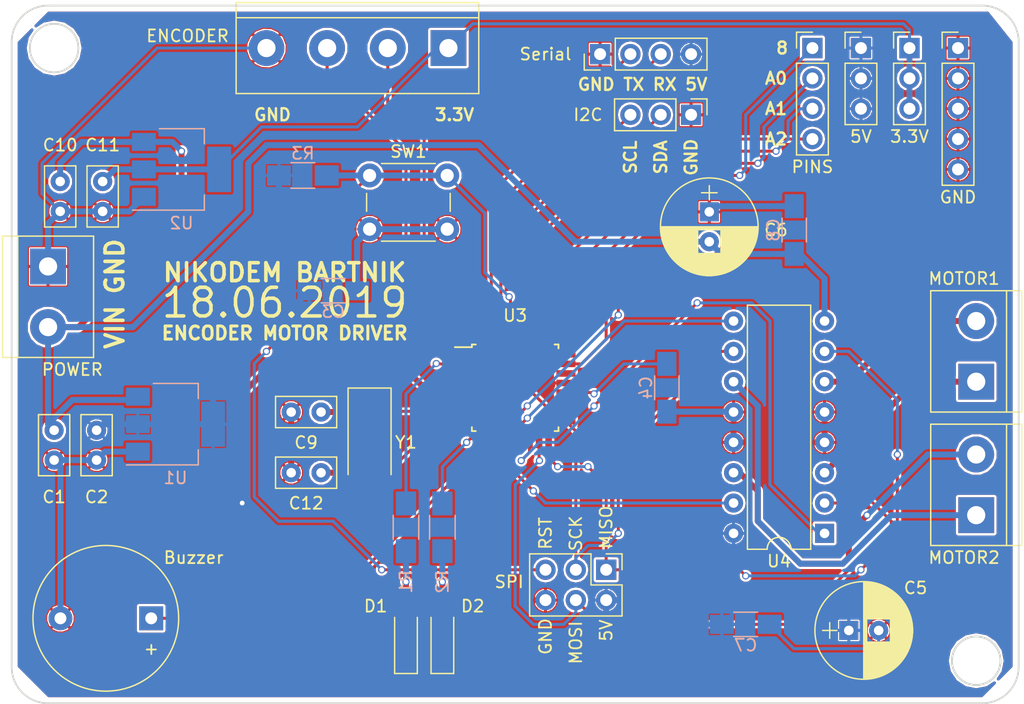
<source format=kicad_pcb>
(kicad_pcb (version 4) (host pcbnew 4.0.7)
  (layers (0 F.Cu signal) (31 B.Cu signal) (34 B.Paste user) (35 F.Paste user) (36 B.SilkS user) (37 F.SilkS user) (38 B.Mask user) (39 F.Mask user) (44 Edge.Cuts user))
  (net 0 "")
  (net 1 BUZZER)
  (net 2 GND)
  (net 3 +12V)
  (net 4 +5V)
  (net 5 "Net-(C4-Pad1)")
  (net 6 "Net-(C9-Pad1)")
  (net 7 +3V3)
  (net 8 "Net-(C12-Pad1)")
  (net 9 "Net-(D1-Pad2)")
  (net 10 "Net-(D2-Pad2)")
  (net 11 PIN1)
  (net 12 PIN2)
  (net 13 PIN3)
  (net 14 PIN4)
  (net 15 "Net-(J6-Pad1)")
  (net 16 "Net-(J6-Pad2)")
  (net 17 "Net-(J7-Pad1)")
  (net 18 "Net-(J7-Pad2)")
  (net 19 "Net-(J8-Pad2)")
  (net 20 "Net-(J8-Pad3)")
  (net 21 MISO)
  (net 22 SCK)
  (net 23 MOSI)
  (net 24 RESET)
  (net 25 TX)
  (net 26 RX)
  (net 27 SDA)
  (net 28 SCL)
  (net 29 LED1)
  (net 30 LED2)
  (net 31 MDIR2)
  (net 32 PWMB)
  (net 33 PWMA)
  (module Connectors_Terminal_Blocks:TerminalBlock_bornier-4_P5.08mm (layer F.Cu) (at 139.192 80.772 180)
    (fp_text reference J8 hide)
    (fp_text value ENCODER (at 21.844 1.016 180) (layer F.SilkS))
    (pad 2 thru_hole circle (at 5.08 0 180) (size 3 3) (drill 1.52) (layers *.Cu *.Mask) (net 19 "Net-(J8-Pad2)"))
    (pad 3 thru_hole circle (at 10.16 0 180) (size 3 3) (drill 1.52) (layers *.Cu *.Mask) (net 20 "Net-(J8-Pad3)"))
    (pad 1 thru_hole rect (at 0 0 180) (size 3 3) (drill 1.52) (layers *.Cu *.Mask) (net 7 +3V3))
    (pad 4 thru_hole circle (at 15.24 0 180) (size 3 3) (drill 1.52) (layers *.Cu *.Mask) (net 2 GND))
  )
  (module Buzzers_Beepers:Buzzer_12x9.5RM7.6 (layer F.Cu) (at 114.3 128.524 180)
    (fp_text reference BZ1 hide)
    (fp_text value Buzzer (at -3.556 5.08 180) (layer F.SilkS))
    (fp_text user + (at -0.01 -2.54 180) (layer F.SilkS))
    (pad 1 thru_hole rect (at 0 0 180) (size 2 2) (drill 1) (layers *.Cu *.Mask) (net 1 BUZZER))
    (pad 2 thru_hole circle (at 7.6 0 180) (size 2 2) (drill 1) (layers *.Cu *.Mask) (net 2 GND))
  )
  (module Capacitors_THT:C_Disc_D5.0mm_W2.5mm_P2.50mm (layer F.Cu) (at 106.172 112.776 270)
    (fp_text reference C1 (at 5.588 0 360) (layer F.SilkS))
    (fp_text value 10U)
    (pad 1 thru_hole circle (at 0 0 270) (size 1.6 1.6) (drill 0.8) (layers *.Cu *.Mask) (net 3 +12V))
    (pad 2 thru_hole circle (at 2.5 0 270) (size 1.6 1.6) (drill 0.8) (layers *.Cu *.Mask) (net 2 GND))
  )
  (module Capacitors_THT:C_Disc_D5.0mm_W2.5mm_P2.50mm (layer F.Cu) (at 109.728 112.776 270)
    (fp_text reference C2 (at 5.588 0 360) (layer F.SilkS))
    (fp_text value 10U)
    (pad 1 thru_hole circle (at 0 0 270) (size 1.6 1.6) (drill 0.8) (layers *.Cu *.Mask) (net 4 +5V))
    (pad 2 thru_hole circle (at 2.5 0 270) (size 1.6 1.6) (drill 0.8) (layers *.Cu *.Mask) (net 2 GND))
  )
  (module Capacitors_SMD:C_1206_HandSoldering (layer B.Cu) (at 129.54 101.092)
    (fp_text reference C3 (at 0 1.75) (layer B.SilkS) (effects (justify mirror)))
    (fp_text value C)
    (pad 1 smd rect (at -2 0) (size 2 1.6) (layers B.Cu B.Paste B.Mask) (net 4 +5V))
    (pad 2 smd rect (at 2 0) (size 2 1.6) (layers B.Cu B.Paste B.Mask) (net 2 GND))
  )
  (module Capacitors_SMD:C_1206_HandSoldering (layer B.Cu) (at 157.48 109.22 270)
    (fp_text reference C4 (at 0 1.75 270) (layer B.SilkS) (effects (justify mirror)))
    (fp_text value C)
    (pad 1 smd rect (at -2 0 270) (size 2 1.6) (layers B.Cu B.Paste B.Mask) (net 5 "Net-(C4-Pad1)"))
    (pad 2 smd rect (at 2 0 270) (size 2 1.6) (layers B.Cu B.Paste B.Mask) (net 2 GND))
  )
  (module Capacitors_THT:CP_Radial_D8.0mm_P2.50mm (layer F.Cu) (at 172.72 129.54)
    (fp_text reference C5 (at 5.588 -3.556) (layer F.SilkS))
    (fp_text value 10u)
    (pad 1 thru_hole rect (at 0 0) (size 1.6 1.6) (drill 0.8) (layers *.Cu *.Mask) (net 4 +5V))
    (pad 2 thru_hole circle (at 2.5 0) (size 1.6 1.6) (drill 0.8) (layers *.Cu *.Mask) (net 2 GND))
  )
  (module Capacitors_THT:CP_Radial_D8.0mm_P2.50mm (layer F.Cu) (at 161.036 94.488 270)
    (fp_text reference C6 (at 1.524 -5.588 360) (layer F.SilkS))
    (fp_text value 22u)
    (pad 1 thru_hole rect (at 0 0 270) (size 1.6 1.6) (drill 0.8) (layers *.Cu *.Mask) (net 2 GND))
    (pad 2 thru_hole circle (at 2.5 0 270) (size 1.6 1.6) (drill 0.8) (layers *.Cu *.Mask) (net 3 +12V))
  )
  (module Capacitors_SMD:C_1206_HandSoldering (layer B.Cu) (at 164.084 129.032)
    (fp_text reference C7 (at 0 1.75) (layer B.SilkS) (effects (justify mirror)))
    (fp_text value 100n)
    (pad 1 smd rect (at -2 0) (size 2 1.6) (layers B.Cu B.Paste B.Mask) (net 4 +5V))
    (pad 2 smd rect (at 2 0) (size 2 1.6) (layers B.Cu B.Paste B.Mask) (net 2 GND))
  )
  (module Capacitors_SMD:C_1206_HandSoldering (layer B.Cu) (at 168.148 96.012 270)
    (fp_text reference C8 (at 0 1.75 270) (layer B.SilkS) (effects (justify mirror)))
    (fp_text value 100n)
    (pad 1 smd rect (at -2 0 270) (size 2 1.6) (layers B.Cu B.Paste B.Mask) (net 2 GND))
    (pad 2 smd rect (at 2 0 270) (size 2 1.6) (layers B.Cu B.Paste B.Mask) (net 3 +12V))
  )
  (module Capacitors_THT:C_Disc_D5.0mm_W2.5mm_P2.50mm (layer F.Cu) (at 128.524 111.252 180)
    (fp_text reference C9 (at 1.25 -2.56 180) (layer F.SilkS))
    (fp_text value C)
    (pad 1 thru_hole circle (at 0 0 180) (size 1.6 1.6) (drill 0.8) (layers *.Cu *.Mask) (net 6 "Net-(C9-Pad1)"))
    (pad 2 thru_hole circle (at 2.5 0 180) (size 1.6 1.6) (drill 0.8) (layers *.Cu *.Mask) (net 2 GND))
  )
  (module Capacitors_THT:C_Disc_D5.0mm_W2.5mm_P2.50mm (layer F.Cu) (at 106.68 91.948 270)
    (fp_text reference C10 (at -3.048 0 360) (layer F.SilkS))
    (fp_text value 10U)
    (pad 1 thru_hole circle (at 0 0 270) (size 1.6 1.6) (drill 0.8) (layers *.Cu *.Mask) (net 3 +12V))
    (pad 2 thru_hole circle (at 2.5 0 270) (size 1.6 1.6) (drill 0.8) (layers *.Cu *.Mask) (net 2 GND))
  )
  (module Capacitors_THT:C_Disc_D5.0mm_W2.5mm_P2.50mm (layer F.Cu) (at 110.236 91.948 270)
    (fp_text reference C11 (at -3.048 0 360) (layer F.SilkS))
    (fp_text value 10U)
    (pad 1 thru_hole circle (at 0 0 270) (size 1.6 1.6) (drill 0.8) (layers *.Cu *.Mask) (net 7 +3V3))
    (pad 2 thru_hole circle (at 2.5 0 270) (size 1.6 1.6) (drill 0.8) (layers *.Cu *.Mask) (net 2 GND))
  )
  (module Capacitors_THT:C_Disc_D5.0mm_W2.5mm_P2.50mm (layer F.Cu) (at 128.524 116.332 180)
    (fp_text reference C12 (at 1.25 -2.56 180) (layer F.SilkS))
    (fp_text value C)
    (pad 1 thru_hole circle (at 0 0 180) (size 1.6 1.6) (drill 0.8) (layers *.Cu *.Mask) (net 8 "Net-(C12-Pad1)"))
    (pad 2 thru_hole circle (at 2.5 0 180) (size 1.6 1.6) (drill 0.8) (layers *.Cu *.Mask) (net 2 GND))
  )
  (module LEDs:LED_1206_HandSoldering (layer F.Cu) (at 135.636 130.048 90)
    (fp_text reference D1 (at 2.54 -2.54 180) (layer F.SilkS))
    (fp_text value LED)
    (pad 1 smd rect (at -2 0 90) (size 2 1.7) (layers F.Cu F.Paste F.Mask) (net 2 GND))
    (pad 2 smd rect (at 2 0 90) (size 2 1.7) (layers F.Cu F.Paste F.Mask) (net 9 "Net-(D1-Pad2)"))
  )
  (module LEDs:LED_1206_HandSoldering (layer F.Cu) (at 138.684 130.048 90)
    (fp_text reference D2 (at 2.54 2.54 180) (layer F.SilkS))
    (fp_text value LED)
    (pad 1 smd rect (at -2 0 90) (size 2 1.7) (layers F.Cu F.Paste F.Mask) (net 2 GND))
    (pad 2 smd rect (at 2 0 90) (size 2 1.7) (layers F.Cu F.Paste F.Mask) (net 10 "Net-(D2-Pad2)"))
  )
  (module Connectors_Terminal_Blocks:TerminalBlock_bornier-2_P5.08mm (layer F.Cu) (at 105.664 99.06 270)
    (fp_text reference J1 hide)
    (fp_text value POWER (at 8.636 -2.032 360) (layer F.SilkS))
    (pad 1 thru_hole rect (at 0 0 270) (size 3 3) (drill 1.52) (layers *.Cu *.Mask) (net 2 GND))
    (pad 2 thru_hole circle (at 5.08 0 270) (size 3 3) (drill 1.52) (layers *.Cu *.Mask) (net 3 +12V))
  )
  (module Pin_Headers:Pin_Header_Straight_1x04_Pitch2.54mm (layer F.Cu) (at 169.672 80.772)
    (fp_text reference J2 hide)
    (fp_text value PINS (at 0 9.95) (layer F.SilkS))
    (pad 1 thru_hole rect (at 0 0) (size 1.7 1.7) (drill 1) (layers *.Cu *.Mask) (net 11 PIN1))
    (pad 2 thru_hole oval (at 0 2.54) (size 1.7 1.7) (drill 1) (layers *.Cu *.Mask) (net 12 PIN2))
    (pad 3 thru_hole oval (at 0 5.08) (size 1.7 1.7) (drill 1) (layers *.Cu *.Mask) (net 13 PIN3))
    (pad 4 thru_hole oval (at 0 7.62) (size 1.7 1.7) (drill 1) (layers *.Cu *.Mask) (net 14 PIN4))
  )
  (module Pin_Headers:Pin_Header_Straight_1x03_Pitch2.54mm (layer F.Cu) (at 177.8 80.772)
    (fp_text reference J3 hide)
    (fp_text value 3.3V (at 0 7.41) (layer F.SilkS))
    (pad 1 thru_hole rect (at 0 0) (size 1.7 1.7) (drill 1) (layers *.Cu *.Mask) (net 7 +3V3))
    (pad 2 thru_hole oval (at 0 2.54) (size 1.7 1.7) (drill 1) (layers *.Cu *.Mask) (net 7 +3V3))
    (pad 3 thru_hole oval (at 0 5.08) (size 1.7 1.7) (drill 1) (layers *.Cu *.Mask) (net 7 +3V3))
  )
  (module Pin_Headers:Pin_Header_Straight_1x03_Pitch2.54mm (layer F.Cu) (at 173.736 80.772)
    (fp_text reference J4 hide)
    (fp_text value 5V (at 0 7.41) (layer F.SilkS))
    (pad 1 thru_hole rect (at 0 0) (size 1.7 1.7) (drill 1) (layers *.Cu *.Mask) (net 4 +5V))
    (pad 2 thru_hole oval (at 0 2.54) (size 1.7 1.7) (drill 1) (layers *.Cu *.Mask) (net 4 +5V))
    (pad 3 thru_hole oval (at 0 5.08) (size 1.7 1.7) (drill 1) (layers *.Cu *.Mask) (net 4 +5V))
  )
  (module Pin_Headers:Pin_Header_Straight_1x05_Pitch2.54mm (layer F.Cu) (at 181.864 80.772)
    (fp_text reference J5 hide)
    (fp_text value GND (at 0 12.49) (layer F.SilkS))
    (pad 1 thru_hole rect (at 0 0) (size 1.7 1.7) (drill 1) (layers *.Cu *.Mask) (net 2 GND))
    (pad 2 thru_hole oval (at 0 2.54) (size 1.7 1.7) (drill 1) (layers *.Cu *.Mask) (net 2 GND))
    (pad 3 thru_hole oval (at 0 5.08) (size 1.7 1.7) (drill 1) (layers *.Cu *.Mask) (net 2 GND))
    (pad 4 thru_hole oval (at 0 7.62) (size 1.7 1.7) (drill 1) (layers *.Cu *.Mask) (net 2 GND))
    (pad 5 thru_hole oval (at 0 10.16) (size 1.7 1.7) (drill 1) (layers *.Cu *.Mask) (net 2 GND))
  )
  (module Connectors_Terminal_Blocks:TerminalBlock_bornier-2_P5.08mm (layer F.Cu) (at 183.388 108.712 90)
    (fp_text reference J6 hide)
    (fp_text value MOTOR1 (at 8.636 -1.016 180) (layer F.SilkS))
    (pad 1 thru_hole rect (at 0 0 90) (size 3 3) (drill 1.52) (layers *.Cu *.Mask) (net 15 "Net-(J6-Pad1)"))
    (pad 2 thru_hole circle (at 5.08 0 90) (size 3 3) (drill 1.52) (layers *.Cu *.Mask) (net 16 "Net-(J6-Pad2)"))
  )
  (module Connectors_Terminal_Blocks:TerminalBlock_bornier-2_P5.08mm (layer F.Cu) (at 183.388 119.888 90)
    (fp_text reference J7 hide)
    (fp_text value MOTOR2 (at -3.556 -1.016 180) (layer F.SilkS))
    (pad 1 thru_hole rect (at 0 0 90) (size 3 3) (drill 1.52) (layers *.Cu *.Mask) (net 17 "Net-(J7-Pad1)"))
    (pad 2 thru_hole circle (at 5.08 0 90) (size 3 3) (drill 1.52) (layers *.Cu *.Mask) (net 18 "Net-(J7-Pad2)"))
  )
  (module Pin_Headers:Pin_Header_Straight_2x03_Pitch2.54mm (layer F.Cu) (at 152.4 124.46 270)
    (fp_text reference J9 hide)
    (fp_text value SPI (at 1.016 8.128 360) (layer F.SilkS))
    (pad 1 thru_hole rect (at 0 0 270) (size 1.7 1.7) (drill 1) (layers *.Cu *.Mask) (net 21 MISO))
    (pad 2 thru_hole oval (at 2.54 0 270) (size 1.7 1.7) (drill 1) (layers *.Cu *.Mask) (net 4 +5V))
    (pad 3 thru_hole oval (at 0 2.54 270) (size 1.7 1.7) (drill 1) (layers *.Cu *.Mask) (net 22 SCK))
    (pad 4 thru_hole oval (at 2.54 2.54 270) (size 1.7 1.7) (drill 1) (layers *.Cu *.Mask) (net 23 MOSI))
    (pad 5 thru_hole oval (at 0 5.08 270) (size 1.7 1.7) (drill 1) (layers *.Cu *.Mask) (net 24 RESET))
    (pad 6 thru_hole oval (at 2.54 5.08 270) (size 1.7 1.7) (drill 1) (layers *.Cu *.Mask) (net 2 GND))
  )
  (module Socket_Strips:Socket_Strip_Straight_1x04_Pitch2.54mm (layer F.Cu) (at 151.892 81.28 90)
    (fp_text reference J10 hide)
    (fp_text value Serial (at 0 -4.572 180) (layer F.SilkS))
    (pad 1 thru_hole rect (at 0 0 90) (size 1.7 1.7) (drill 1) (layers *.Cu *.Mask) (net 2 GND))
    (pad 2 thru_hole oval (at 0 2.54 90) (size 1.7 1.7) (drill 1) (layers *.Cu *.Mask) (net 25 TX))
    (pad 3 thru_hole oval (at 0 5.08 90) (size 1.7 1.7) (drill 1) (layers *.Cu *.Mask) (net 26 RX))
    (pad 4 thru_hole oval (at 0 7.62 90) (size 1.7 1.7) (drill 1) (layers *.Cu *.Mask) (net 4 +5V))
  )
  (module Socket_Strips:Socket_Strip_Straight_1x03_Pitch2.54mm (layer F.Cu) (at 159.512 86.36 270)
    (fp_text reference J11 hide)
    (fp_text value I2C (at 0 8.636 360) (layer F.SilkS))
    (pad 1 thru_hole rect (at 0 0 270) (size 1.7 1.7) (drill 1) (layers *.Cu *.Mask) (net 2 GND))
    (pad 2 thru_hole oval (at 0 2.54 270) (size 1.7 1.7) (drill 1) (layers *.Cu *.Mask) (net 27 SDA))
    (pad 3 thru_hole oval (at 0 5.08 270) (size 1.7 1.7) (drill 1) (layers *.Cu *.Mask) (net 28 SCL))
  )
  (module Resistors_SMD:R_1206_HandSoldering (layer B.Cu) (at 135.636 120.904 90)
    (fp_text reference R1 (at -4.572 0 90) (layer B.SilkS) (effects (justify mirror)))
    (fp_text value R)
    (pad 1 smd rect (at -2 0 90) (size 2 1.7) (layers B.Cu B.Paste B.Mask) (net 9 "Net-(D1-Pad2)"))
    (pad 2 smd rect (at 2 0 90) (size 2 1.7) (layers B.Cu B.Paste B.Mask) (net 29 LED1))
  )
  (module Resistors_SMD:R_1206_HandSoldering (layer B.Cu) (at 138.684 120.904 90)
    (fp_text reference R2 (at -4.572 0 90) (layer B.SilkS) (effects (justify mirror)))
    (fp_text value R)
    (pad 1 smd rect (at -2 0 90) (size 2 1.7) (layers B.Cu B.Paste B.Mask) (net 10 "Net-(D2-Pad2)"))
    (pad 2 smd rect (at 2 0 90) (size 2 1.7) (layers B.Cu B.Paste B.Mask) (net 30 LED2))
  )
  (module Resistors_SMD:R_1206_HandSoldering (layer B.Cu) (at 127 91.44 180)
    (fp_text reference R3 (at 0 1.85 180) (layer B.SilkS) (effects (justify mirror)))
    (fp_text value R)
    (pad 1 smd rect (at -2 0 180) (size 2 1.7) (layers B.Cu B.Paste B.Mask) (net 24 RESET))
    (pad 2 smd rect (at 2 0 180) (size 2 1.7) (layers B.Cu B.Paste B.Mask) (net 4 +5V))
  )
  (module Buttons_Switches_THT:SW_PUSH_6mm (layer F.Cu) (at 132.588 91.44)
    (fp_text reference SW1 (at 3.25 -2) (layer F.SilkS))
    (fp_text value SW_Push)
    (pad 2 thru_hole circle (at 0 4.5 90) (size 2 2) (drill 1.1) (layers *.Cu *.Mask) (net 2 GND))
    (pad 1 thru_hole circle (at 0 0 90) (size 2 2) (drill 1.1) (layers *.Cu *.Mask) (net 24 RESET))
    (pad 2 thru_hole circle (at 6.5 4.5 90) (size 2 2) (drill 1.1) (layers *.Cu *.Mask) (net 2 GND))
    (pad 1 thru_hole circle (at 6.5 0 90) (size 2 2) (drill 1.1) (layers *.Cu *.Mask) (net 24 RESET))
  )
  (module TO_SOT_Packages_SMD:SOT-223-3_TabPin2 (layer B.Cu) (at 116.332 112.268)
    (fp_text reference U1 (at 0 4.5) (layer B.SilkS) (effects (justify mirror)))
    (fp_text value LM1117-5.0)
    (pad 2 smd rect (at 3.15 0) (size 2 3.8) (layers B.Cu B.Paste B.Mask) (net 4 +5V))
    (pad 2 smd rect (at -3.15 0) (size 2 1.5) (layers B.Cu B.Paste B.Mask) (net 4 +5V))
    (pad 3 smd rect (at -3.15 -2.3) (size 2 1.5) (layers B.Cu B.Paste B.Mask) (net 3 +12V))
    (pad 1 smd rect (at -3.15 2.3) (size 2 1.5) (layers B.Cu B.Paste B.Mask) (net 2 GND))
  )
  (module TO_SOT_Packages_SMD:SOT-223-3_TabPin2 (layer B.Cu) (at 116.84 90.932)
    (fp_text reference U2 (at 0 4.5) (layer B.SilkS) (effects (justify mirror)))
    (fp_text value LM1117-3.3)
    (pad 2 smd rect (at 3.15 0) (size 2 3.8) (layers B.Cu B.Paste B.Mask) (net 7 +3V3))
    (pad 2 smd rect (at -3.15 0) (size 2 1.5) (layers B.Cu B.Paste B.Mask) (net 7 +3V3))
    (pad 3 smd rect (at -3.15 -2.3) (size 2 1.5) (layers B.Cu B.Paste B.Mask) (net 3 +12V))
    (pad 1 smd rect (at -3.15 2.3) (size 2 1.5) (layers B.Cu B.Paste B.Mask) (net 2 GND))
  )
  (module Housings_QFP:TQFP-32_7x7mm_Pitch0.8mm (layer F.Cu) (at 144.78 109.22)
    (fp_text reference U3 (at 0 -6.05) (layer F.SilkS))
    (fp_text value ATMEGA8-16AU)
    (pad 1 smd rect (at -4.25 -2.8) (size 1.6 0.55) (layers F.Cu F.Paste F.Mask) (net 20 "Net-(J8-Pad3)"))
    (pad 2 smd rect (at -4.25 -2) (size 1.6 0.55) (layers F.Cu F.Paste F.Mask) (net 29 LED1))
    (pad 3 smd rect (at -4.25 -1.2) (size 1.6 0.55) (layers F.Cu F.Paste F.Mask) (net 2 GND))
    (pad 4 smd rect (at -4.25 -0.4) (size 1.6 0.55) (layers F.Cu F.Paste F.Mask) (net 4 +5V))
    (pad 5 smd rect (at -4.25 0.4) (size 1.6 0.55) (layers F.Cu F.Paste F.Mask) (net 2 GND))
    (pad 6 smd rect (at -4.25 1.2) (size 1.6 0.55) (layers F.Cu F.Paste F.Mask) (net 4 +5V))
    (pad 7 smd rect (at -4.25 2) (size 1.6 0.55) (layers F.Cu F.Paste F.Mask) (net 6 "Net-(C9-Pad1)"))
    (pad 8 smd rect (at -4.25 2.8) (size 1.6 0.55) (layers F.Cu F.Paste F.Mask) (net 8 "Net-(C12-Pad1)"))
    (pad 9 smd rect (at -2.8 4.25 90) (size 1.6 0.55) (layers F.Cu F.Paste F.Mask) (net 30 LED2))
    (pad 10 smd rect (at -2 4.25 90) (size 1.6 0.55) (layers F.Cu F.Paste F.Mask) (net 1 BUZZER))
    (pad 11 smd rect (at -1.2 4.25 90) (size 1.6 0.55) (layers F.Cu F.Paste F.Mask) (net 31 MDIR2))
    (pad 12 smd rect (at -0.4 4.25 90) (size 1.6 0.55) (layers F.Cu F.Paste F.Mask) (net 11 PIN1))
    (pad 13 smd rect (at 0.4 4.25 90) (size 1.6 0.55) (layers F.Cu F.Paste F.Mask) (net 32 PWMB))
    (pad 14 smd rect (at 1.2 4.25 90) (size 1.6 0.55) (layers F.Cu F.Paste F.Mask) (net 33 PWMA))
    (pad 15 smd rect (at 2 4.25 90) (size 1.6 0.55) (layers F.Cu F.Paste F.Mask) (net 23 MOSI))
    (pad 16 smd rect (at 2.8 4.25 90) (size 1.6 0.55) (layers F.Cu F.Paste F.Mask) (net 21 MISO))
    (pad 17 smd rect (at 4.25 2.8) (size 1.6 0.55) (layers F.Cu F.Paste F.Mask) (net 22 SCK))
    (pad 18 smd rect (at 4.25 2) (size 1.6 0.55) (layers F.Cu F.Paste F.Mask) (net 4 +5V))
    (pad 19 smd rect (at 4.25 1.2) (size 1.6 0.55) (layers F.Cu F.Paste F.Mask))
    (pad 20 smd rect (at 4.25 0.4) (size 1.6 0.55) (layers F.Cu F.Paste F.Mask) (net 5 "Net-(C4-Pad1)"))
    (pad 21 smd rect (at 4.25 -0.4) (size 1.6 0.55) (layers F.Cu F.Paste F.Mask) (net 2 GND))
    (pad 22 smd rect (at 4.25 -1.2) (size 1.6 0.55) (layers F.Cu F.Paste F.Mask))
    (pad 23 smd rect (at 4.25 -2) (size 1.6 0.55) (layers F.Cu F.Paste F.Mask) (net 12 PIN2))
    (pad 24 smd rect (at 4.25 -2.8) (size 1.6 0.55) (layers F.Cu F.Paste F.Mask) (net 13 PIN3))
    (pad 25 smd rect (at 2.8 -4.25 90) (size 1.6 0.55) (layers F.Cu F.Paste F.Mask) (net 14 PIN4))
    (pad 26 smd rect (at 2 -4.25 90) (size 1.6 0.55) (layers F.Cu F.Paste F.Mask))
    (pad 27 smd rect (at 1.2 -4.25 90) (size 1.6 0.55) (layers F.Cu F.Paste F.Mask) (net 27 SDA))
    (pad 28 smd rect (at 0.4 -4.25 90) (size 1.6 0.55) (layers F.Cu F.Paste F.Mask) (net 28 SCL))
    (pad 29 smd rect (at -0.4 -4.25 90) (size 1.6 0.55) (layers F.Cu F.Paste F.Mask) (net 24 RESET))
    (pad 30 smd rect (at -1.2 -4.25 90) (size 1.6 0.55) (layers F.Cu F.Paste F.Mask) (net 26 RX))
    (pad 31 smd rect (at -2 -4.25 90) (size 1.6 0.55) (layers F.Cu F.Paste F.Mask) (net 25 TX))
    (pad 32 smd rect (at -2.8 -4.25 90) (size 1.6 0.55) (layers F.Cu F.Paste F.Mask) (net 19 "Net-(J8-Pad2)"))
  )
  (module Housings_DIP:DIP-16_W7.62mm (layer F.Cu) (at 170.688 121.412 180)
    (fp_text reference U4 (at 3.81 -2.33 180) (layer F.SilkS))
    (fp_text value L293D)
    (pad 1 thru_hole rect (at 0 0 180) (size 1.6 1.6) (drill 0.8) (layers *.Cu *.Mask) (net 33 PWMA))
    (pad 9 thru_hole oval (at 7.62 17.78 180) (size 1.6 1.6) (drill 0.8) (layers *.Cu *.Mask) (net 32 PWMB))
    (pad 2 thru_hole oval (at 0 2.54 180) (size 1.6 1.6) (drill 0.8) (layers *.Cu *.Mask) (net 23 MOSI))
    (pad 10 thru_hole oval (at 7.62 15.24 180) (size 1.6 1.6) (drill 0.8) (layers *.Cu *.Mask) (net 22 SCK))
    (pad 3 thru_hole oval (at 0 5.08 180) (size 1.6 1.6) (drill 0.8) (layers *.Cu *.Mask) (net 15 "Net-(J6-Pad1)"))
    (pad 11 thru_hole oval (at 7.62 12.7 180) (size 1.6 1.6) (drill 0.8) (layers *.Cu *.Mask) (net 17 "Net-(J7-Pad1)"))
    (pad 4 thru_hole oval (at 0 7.62 180) (size 1.6 1.6) (drill 0.8) (layers *.Cu *.Mask) (net 2 GND))
    (pad 12 thru_hole oval (at 7.62 10.16 180) (size 1.6 1.6) (drill 0.8) (layers *.Cu *.Mask) (net 2 GND))
    (pad 5 thru_hole oval (at 0 10.16 180) (size 1.6 1.6) (drill 0.8) (layers *.Cu *.Mask) (net 2 GND))
    (pad 13 thru_hole oval (at 7.62 7.62 180) (size 1.6 1.6) (drill 0.8) (layers *.Cu *.Mask) (net 2 GND))
    (pad 6 thru_hole oval (at 0 12.7 180) (size 1.6 1.6) (drill 0.8) (layers *.Cu *.Mask) (net 16 "Net-(J6-Pad2)"))
    (pad 14 thru_hole oval (at 7.62 5.08 180) (size 1.6 1.6) (drill 0.8) (layers *.Cu *.Mask) (net 18 "Net-(J7-Pad2)"))
    (pad 7 thru_hole oval (at 0 15.24 180) (size 1.6 1.6) (drill 0.8) (layers *.Cu *.Mask) (net 21 MISO))
    (pad 15 thru_hole oval (at 7.62 2.54 180) (size 1.6 1.6) (drill 0.8) (layers *.Cu *.Mask) (net 31 MDIR2))
    (pad 8 thru_hole oval (at 0 17.78 180) (size 1.6 1.6) (drill 0.8) (layers *.Cu *.Mask) (net 3 +12V))
    (pad 16 thru_hole oval (at 7.62 0 180) (size 1.6 1.6) (drill 0.8) (layers *.Cu *.Mask) (net 4 +5V))
  )
  (module Crystals:Crystal_SMD_5032-2pin_5.0x3.2mm_HandSoldering (layer F.Cu) (at 132.588 113.792 270)
    (fp_text reference Y1 (at 0 -3.048 360) (layer F.SilkS))
    (fp_text value Crystal)
    (pad 1 smd rect (at -2.6 0 270) (size 3.5 2.4) (layers F.Cu F.Paste F.Mask) (net 6 "Net-(C9-Pad1)"))
    (pad 2 smd rect (at 2.6 0 270) (size 3.5 2.4) (layers F.Cu F.Paste F.Mask) (net 8 "Net-(C12-Pad1)"))
  )
  (gr_text A2 (at 166.624 88.392) (layer F.SilkS) (effects (font (size 1 1) (thickness 0.2))))
  (gr_text A1 (at 166.624 85.852) (layer F.SilkS) (effects (font (size 1 1) (thickness 0.2))))
  (gr_text A0 (at 166.624 83.312) (layer F.SilkS) (effects (font (size 1 1) (thickness 0.2))))
  (gr_text 8 (at 167.132 80.772) (layer F.SilkS) (effects (font (size 1 1) (thickness 0.2))))
  (gr_text "GND TX RX 5V\n" (at 155.448 83.82) (layer F.SilkS) (effects (font (size 1 1) (thickness 0.2))))
  (gr_text GND (at 159.512 89.916 90) (layer F.SilkS) (effects (font (size 1 1) (thickness 0.2))))
  (gr_text SDA (at 156.972 89.916 90) (layer F.SilkS) (effects (font (size 1 1) (thickness 0.2))))
  (gr_text SCL (at 154.432 89.916 90) (layer F.SilkS) (effects (font (size 1 1) (thickness 0.2))))
  (gr_text "MOSI\n" (at 149.86 130.556 90) (layer F.SilkS) (effects (font (size 1 1))))
  (gr_text "5V\n" (at 152.4 129.54 90) (layer F.SilkS) (effects (font (size 1 1))))
  (gr_text "MISO\n" (at 152.4 120.904 90) (layer F.SilkS) (effects (font (size 1 1))))
  (gr_text "SCK\n" (at 149.86 121.412 90) (layer F.SilkS) (effects (font (size 1 1))))
  (gr_text GND (at 147.32 130.048 90) (layer F.SilkS) (effects (font (size 1 1))))
  (gr_text RST (at 147.32 121.412 90) (layer F.SilkS) (effects (font (size 1 1))))
  (gr_text VIN (at 111.252 104.14 90) (layer F.SilkS) (effects (font (size 1.5 1.5) (thickness 0.3))))
  (gr_text GND (at 111.252 99.06 90) (layer F.SilkS) (effects (font (size 1.5 1.5) (thickness 0.3))))
  (gr_text GND (at 124.46 86.36) (layer F.SilkS) (effects (font (size 1 1) (thickness 0.2))))
  (gr_text 3.3V (at 139.7 86.36) (layer F.SilkS) (effects (font (size 1 1) (thickness 0.2))))
  (gr_text 18.06.2019 (at 125.476 102.108) (layer F.SilkS) (effects (font (size 2.4 2.4) (thickness 0.3))))
  (gr_text "ENCODER MOTOR DRIVER" (at 125.476 104.648) (layer F.SilkS) (effects (font (size 1.1 1.1) (thickness 0.25))))
  (gr_text "NIKODEM BARTNIK\n" (at 125.476 99.568) (layer F.SilkS) (effects (font (size 1.5 1.5) (thickness 0.3))))
  (gr_circle (center 106.172 80.772) (end 104.14 80.772) (layer Edge.Cuts) (width 0.15))
  (gr_circle (center 183.388 132.08) (end 185.42 132.08) (layer Edge.Cuts) (width 0.15))
  (gr_circle (center 183.388 132.08) (end 185.42 132.08) (layer Edge.Cuts) (width 0.15))
  (gr_line (start 186.944 132.588) (end 186.944 80.264) (angle 90) (layer Edge.Cuts) (width 0.15))
  (gr_line (start 105.664 135.636) (end 183.896 135.636) (angle 90) (layer Edge.Cuts) (width 0.15))
  (gr_line (start 102.616 80.264) (end 102.616 132.588) (angle 90) (layer Edge.Cuts) (width 0.15))
  (gr_line (start 183.896 77.216) (end 105.664 77.216) (angle 90) (layer Edge.Cuts) (width 0.15))
  (gr_arc (start 183.896 80.264) (end 183.896 77.216) (angle 90) (layer Edge.Cuts) (width 0.15))
  (gr_arc (start 183.896 132.588) (end 186.944 132.588) (angle 90) (layer Edge.Cuts) (width 0.15))
  (gr_arc (start 105.664 132.588) (end 105.664 135.636) (angle 90) (layer Edge.Cuts) (width 0.15))
  (gr_arc (start 105.664 80.264) (end 102.616 80.264) (angle 90) (layer Edge.Cuts) (width 0.15))
  (segment (start 114.3 128.524) (end 128.016 128.524) (width 0.25) (layer F.Cu) (net 1))
  (segment (start 142.78 114.776) (end 142.78 113.47) (width 0.25) (layer F.Cu) (net 1))
  (segment (start 142.24 115.316) (end 142.78 114.776) (width 0.25) (layer F.Cu) (net 1))
  (segment (start 141.224 115.316) (end 142.24 115.316) (width 0.25) (layer F.Cu) (net 1))
  (segment (start 128.016 128.524) (end 141.224 115.316) (width 0.25) (layer F.Cu) (net 1))
  (segment (start 161.036 94.488) (end 161.036 93.98) (width 0.5) (layer B.Cu) (net 2))
  (segment (start 161.036 93.98) (end 161.068 94.012) (width 0.5) (layer B.Cu) (net 2))
  (segment (start 161.068 94.012) (end 168.148 94.012) (width 0.5) (layer B.Cu) (net 2))
  (segment (start 149.03 108.82) (end 144.38 108.82) (width 0.25) (layer F.Cu) (net 2))
  (segment (start 143.58 108.02) (end 140.53 108.02) (width 0.25) (layer F.Cu) (net 2))
  (segment (start 144.38 108.82) (end 143.58 108.02) (width 0.25) (layer F.Cu) (net 2))
  (segment (start 140.53 108.02) (end 138.868 108.02) (width 0.25) (layer F.Cu) (net 2))
  (segment (start 139.084 109.62) (end 140.53 109.62) (width 0.25) (layer F.Cu) (net 2))
  (segment (start 138.684 109.22) (end 139.084 109.62) (width 0.25) (layer F.Cu) (net 2))
  (segment (start 138.684 108.204) (end 138.684 109.22) (width 0.25) (layer F.Cu) (net 2))
  (segment (start 138.868 108.02) (end 138.684 108.204) (width 0.25) (layer F.Cu) (net 2))
  (segment (start 143.732 127) (end 147.32 127) (width 0.5) (layer F.Cu) (net 2))
  (segment (start 138.684 132.048) (end 143.732 127) (width 0.5) (layer F.Cu) (net 2))
  (segment (start 135.636 132.048) (end 138.684 132.048) (width 0.5) (layer F.Cu) (net 2))
  (segment (start 157.48 111.22) (end 163.036 111.22) (width 0.5) (layer B.Cu) (net 2))
  (segment (start 163.036 111.22) (end 163.068 111.252) (width 0.5) (layer B.Cu) (net 2))
  (segment (start 106.7 128.524) (end 106.7 115.804) (width 0.5) (layer B.Cu) (net 2))
  (segment (start 106.7 115.804) (end 106.172 115.276) (width 0.5) (layer B.Cu) (net 2))
  (segment (start 131.54 101.092) (end 131.54 96.988) (width 0.5) (layer B.Cu) (net 2))
  (segment (start 131.54 96.988) (end 132.588 95.94) (width 0.5) (layer B.Cu) (net 2))
  (segment (start 132.588 95.94) (end 131.644 95.94) (width 0.25) (layer B.Cu) (net 2))
  (segment (start 139.088 95.94) (end 132.588 95.94) (width 0.5) (layer B.Cu) (net 2))
  (segment (start 106.68 94.448) (end 106.64 94.448) (width 0.25) (layer B.Cu) (net 2))
  (segment (start 106.64 94.448) (end 105.156 92.964) (width 0.25) (layer B.Cu) (net 2))
  (segment (start 114.808 80.772) (end 123.952 80.772) (width 0.25) (layer B.Cu) (net 2))
  (segment (start 105.156 90.424) (end 114.808 80.772) (width 0.25) (layer B.Cu) (net 2))
  (segment (start 105.156 92.964) (end 105.156 90.424) (width 0.25) (layer B.Cu) (net 2))
  (segment (start 163.068 113.792) (end 170.688 113.792) (width 0.5) (layer F.Cu) (net 2))
  (segment (start 163.068 111.252) (end 163.068 113.792) (width 0.5) (layer F.Cu) (net 2))
  (segment (start 170.688 111.252) (end 170.688 113.792) (width 0.5) (layer F.Cu) (net 2))
  (segment (start 126.024 111.252) (end 126.024 116.332) (width 0.5) (layer F.Cu) (net 2))
  (segment (start 106.172 115.276) (end 109.728 115.276) (width 0.5) (layer B.Cu) (net 2))
  (segment (start 109.728 115.276) (end 110.436 114.568) (width 0.5) (layer B.Cu) (net 2))
  (segment (start 110.436 114.568) (end 113.182 114.568) (width 0.5) (layer B.Cu) (net 2))
  (segment (start 105.664 99.06) (end 105.664 95.464) (width 0.5) (layer B.Cu) (net 2))
  (segment (start 105.664 95.464) (end 106.68 94.448) (width 0.5) (layer B.Cu) (net 2))
  (segment (start 106.68 94.448) (end 112.474 94.448) (width 0.5) (layer B.Cu) (net 2))
  (segment (start 112.474 94.448) (end 113.69 93.232) (width 0.5) (layer B.Cu) (net 2))
  (segment (start 175.22 129.54) (end 175.22 130.596) (width 0.25) (layer B.Cu) (net 2))
  (segment (start 168.116 131.064) (end 166.084 129.032) (width 0.25) (layer B.Cu) (net 2))
  (segment (start 174.752 131.064) (end 168.116 131.064) (width 0.25) (layer B.Cu) (net 2))
  (segment (start 175.22 130.596) (end 174.752 131.064) (width 0.25) (layer B.Cu) (net 2))
  (segment (start 161.036 96.988) (end 149.82 96.988) (width 0.5) (layer B.Cu) (net 3))
  (segment (start 112.776 104.14) (end 105.664 104.14) (width 0.5) (layer B.Cu) (net 3))
  (segment (start 122.428 94.488) (end 112.776 104.14) (width 0.5) (layer B.Cu) (net 3))
  (segment (start 122.428 90.424) (end 122.428 94.488) (width 0.5) (layer B.Cu) (net 3))
  (segment (start 123.952 88.9) (end 122.428 90.424) (width 0.5) (layer B.Cu) (net 3))
  (segment (start 141.732 88.9) (end 123.952 88.9) (width 0.5) (layer B.Cu) (net 3))
  (segment (start 149.82 96.988) (end 141.732 88.9) (width 0.5) (layer B.Cu) (net 3))
  (segment (start 161.036 96.988) (end 161.036 97.028) (width 0.5) (layer B.Cu) (net 3))
  (segment (start 161.036 97.028) (end 162.02 98.012) (width 0.5) (layer B.Cu) (net 3))
  (segment (start 162.02 98.012) (end 168.148 98.012) (width 0.5) (layer B.Cu) (net 3))
  (segment (start 105.664 104.14) (end 108.204 104.14) (width 0.5) (layer F.Cu) (net 3))
  (segment (start 108.204 104.14) (end 116.84 95.504) (width 0.5) (layer F.Cu) (net 3))
  (segment (start 116.84 95.504) (end 116.84 89.408) (width 0.5) (layer F.Cu) (net 3))
  (via (at 116.84 89.408) (size 0.6) (drill 0.4) (layers F.Cu B.Cu) (net 3))
  (segment (start 116.84 89.408) (end 116.064 88.632) (width 0.5) (layer B.Cu) (net 3))
  (segment (start 116.064 88.632) (end 113.69 88.632) (width 0.5) (layer B.Cu) (net 3))
  (segment (start 168.148 98.012) (end 168.624 98.012) (width 0.5) (layer B.Cu) (net 3))
  (segment (start 168.624 98.012) (end 170.688 100.076) (width 0.5) (layer B.Cu) (net 3))
  (segment (start 170.688 100.076) (end 170.688 103.632) (width 0.5) (layer B.Cu) (net 3))
  (segment (start 105.664 104.14) (end 105.664 112.268) (width 0.5) (layer B.Cu) (net 3))
  (segment (start 105.664 112.268) (end 107.696 110.236) (width 0.5) (layer B.Cu) (net 3))
  (segment (start 107.696 110.236) (end 112.914 110.236) (width 0.5) (layer B.Cu) (net 3))
  (segment (start 112.914 110.236) (end 113.182 109.968) (width 0.5) (layer B.Cu) (net 3))
  (segment (start 106.68 91.948) (end 106.68 90.424) (width 0.5) (layer B.Cu) (net 3))
  (segment (start 106.68 90.424) (end 108.472 88.632) (width 0.5) (layer B.Cu) (net 3))
  (segment (start 108.472 88.632) (end 113.69 88.632) (width 0.5) (layer B.Cu) (net 3))
  (segment (start 149.03 111.22) (end 147.796 111.22) (width 0.25) (layer F.Cu) (net 4))
  (segment (start 146.304 109.728) (end 142.24 109.728) (width 0.25) (layer F.Cu) (net 4))
  (segment (start 147.796 111.22) (end 146.304 109.728) (width 0.25) (layer F.Cu) (net 4))
  (segment (start 140.53 108.82) (end 141.84 108.82) (width 0.25) (layer F.Cu) (net 4))
  (segment (start 141.548 110.42) (end 140.53 110.42) (width 0.25) (layer F.Cu) (net 4))
  (segment (start 142.24 109.728) (end 141.548 110.42) (width 0.25) (layer F.Cu) (net 4))
  (segment (start 142.24 109.22) (end 142.24 109.728) (width 0.25) (layer F.Cu) (net 4))
  (segment (start 141.84 108.82) (end 142.24 109.22) (width 0.25) (layer F.Cu) (net 4))
  (segment (start 152.4 127) (end 152.4 128.016) (width 0.5) (layer B.Cu) (net 4))
  (segment (start 138.36 110.42) (end 140.53 110.42) (width 0.5) (layer F.Cu) (net 4))
  (segment (start 135.636 107.696) (end 138.36 110.42) (width 0.5) (layer F.Cu) (net 4))
  (segment (start 123.952 107.696) (end 135.636 107.696) (width 0.5) (layer F.Cu) (net 4))
  (segment (start 121.92 109.728) (end 123.952 107.696) (width 0.5) (layer F.Cu) (net 4))
  (segment (start 121.92 118.872) (end 121.92 109.728) (width 0.5) (layer F.Cu) (net 4))
  (via (at 121.92 118.872) (size 0.6) (drill 0.4) (layers F.Cu B.Cu) (net 4))
  (segment (start 133.096 130.048) (end 121.92 118.872) (width 0.5) (layer B.Cu) (net 4))
  (segment (start 150.368 130.048) (end 133.096 130.048) (width 0.5) (layer B.Cu) (net 4))
  (segment (start 152.4 128.016) (end 150.368 130.048) (width 0.5) (layer B.Cu) (net 4))
  (segment (start 163.068 121.412) (end 163.068 128.048) (width 0.25) (layer B.Cu) (net 4))
  (segment (start 163.068 128.048) (end 162.084 129.032) (width 0.25) (layer B.Cu) (net 4))
  (segment (start 119.482 112.268) (end 119.482 109.15) (width 0.5) (layer B.Cu) (net 4))
  (segment (start 119.482 109.15) (end 127.54 101.092) (width 0.5) (layer B.Cu) (net 4))
  (segment (start 127.54 101.092) (end 127.54 97.568) (width 0.5) (layer B.Cu) (net 4))
  (segment (start 127.54 97.568) (end 125 95.028) (width 0.5) (layer B.Cu) (net 4))
  (segment (start 125 95.028) (end 125 91.44) (width 0.5) (layer B.Cu) (net 4))
  (segment (start 152.4 127) (end 155.448 127) (width 0.5) (layer B.Cu) (net 4))
  (segment (start 157.48 129.032) (end 162.084 129.032) (width 0.5) (layer B.Cu) (net 4))
  (segment (start 155.448 127) (end 157.48 129.032) (width 0.5) (layer B.Cu) (net 4))
  (segment (start 109.728 112.776) (end 110.236 112.268) (width 0.5) (layer B.Cu) (net 4))
  (segment (start 110.236 112.268) (end 113.182 112.268) (width 0.5) (layer B.Cu) (net 4))
  (segment (start 113.182 112.268) (end 119.482 112.268) (width 0.5) (layer B.Cu) (net 4))
  (segment (start 172.72 129.54) (end 170.688 129.54) (width 0.25) (layer B.Cu) (net 4))
  (segment (start 163.608 127.508) (end 162.084 129.032) (width 0.25) (layer B.Cu) (net 4))
  (segment (start 168.656 127.508) (end 163.608 127.508) (width 0.25) (layer B.Cu) (net 4))
  (segment (start 170.688 129.54) (end 168.656 127.508) (width 0.25) (layer B.Cu) (net 4))
  (segment (start 157.48 107.22) (end 153.892 107.22) (width 0.25) (layer B.Cu) (net 5))
  (segment (start 151.276 109.62) (end 149.03 109.62) (width 0.25) (layer F.Cu) (net 5))
  (segment (start 151.384 109.728) (end 151.276 109.62) (width 0.25) (layer F.Cu) (net 5))
  (via (at 151.384 109.728) (size 0.6) (drill 0.4) (layers F.Cu B.Cu) (net 5))
  (segment (start 153.892 107.22) (end 151.384 109.728) (width 0.25) (layer B.Cu) (net 5))
  (segment (start 128.524 111.252) (end 132.528 111.252) (width 0.5) (layer F.Cu) (net 6))
  (segment (start 132.528 111.252) (end 132.588 111.192) (width 0.5) (layer F.Cu) (net 6))
  (segment (start 132.588 111.192) (end 140.502 111.192) (width 0.25) (layer F.Cu) (net 6))
  (segment (start 140.502 111.192) (end 140.53 111.22) (width 0.25) (layer F.Cu) (net 6))
  (segment (start 132.528 111.252) (end 132.588 111.192) (width 0.25) (layer F.Cu) (net 6))
  (segment (start 177.8 80.772) (end 177.8 83.312) (width 0.5) (layer B.Cu) (net 7))
  (segment (start 177.8 83.312) (end 177.8 85.852) (width 0.5) (layer B.Cu) (net 7))
  (segment (start 177.8 80.772) (end 177.8 79.248) (width 0.25) (layer B.Cu) (net 7))
  (segment (start 141.224 78.74) (end 139.192 80.772) (width 0.25) (layer B.Cu) (net 7))
  (segment (start 177.292 78.74) (end 141.224 78.74) (width 0.25) (layer B.Cu) (net 7))
  (segment (start 177.8 79.248) (end 177.292 78.74) (width 0.25) (layer B.Cu) (net 7))
  (segment (start 139.192 80.772) (end 138.176 80.772) (width 0.25) (layer B.Cu) (net 7))
  (segment (start 138.176 80.772) (end 131.572 87.376) (width 0.25) (layer B.Cu) (net 7))
  (segment (start 131.572 87.376) (end 123.546 87.376) (width 0.25) (layer B.Cu) (net 7))
  (segment (start 123.546 87.376) (end 119.99 90.932) (width 0.25) (layer B.Cu) (net 7))
  (segment (start 110.236 91.948) (end 111.252 90.932) (width 0.5) (layer B.Cu) (net 7))
  (segment (start 111.252 90.932) (end 113.69 90.932) (width 0.5) (layer B.Cu) (net 7))
  (segment (start 113.69 90.932) (end 119.99 90.932) (width 0.5) (layer B.Cu) (net 7))
  (segment (start 132.588 116.392) (end 134.052 116.392) (width 0.25) (layer F.Cu) (net 8))
  (segment (start 134.052 116.392) (end 138.424 112.02) (width 0.25) (layer F.Cu) (net 8))
  (segment (start 138.424 112.02) (end 140.53 112.02) (width 0.25) (layer F.Cu) (net 8))
  (segment (start 128.524 116.332) (end 132.528 116.332) (width 0.5) (layer F.Cu) (net 8))
  (segment (start 132.528 116.332) (end 132.588 116.392) (width 0.5) (layer F.Cu) (net 8))
  (segment (start 132.528 116.332) (end 132.588 116.392) (width 0.25) (layer F.Cu) (net 8))
  (segment (start 135.636 122.904) (end 135.636 125.476) (width 0.5) (layer B.Cu) (net 9))
  (segment (start 135.636 125.476) (end 135.636 128.048) (width 0.5) (layer F.Cu) (net 9))
  (via (at 135.636 125.476) (size 0.6) (drill 0.4) (layers F.Cu B.Cu) (net 9))
  (segment (start 138.684 128.048) (end 138.684 125.476) (width 0.5) (layer F.Cu) (net 10))
  (segment (start 138.684 125.476) (end 138.684 122.904) (width 0.5) (layer B.Cu) (net 10))
  (via (at 138.684 125.476) (size 0.6) (drill 0.4) (layers F.Cu B.Cu) (net 10))
  (segment (start 144.38 113.47) (end 144.38 112.16) (width 0.25) (layer F.Cu) (net 11))
  (segment (start 164.084 86.36) (end 169.672 80.772) (width 0.25) (layer B.Cu) (net 11))
  (segment (start 164.084 90.932) (end 164.084 86.36) (width 0.25) (layer B.Cu) (net 11))
  (segment (start 163.576 91.44) (end 164.084 90.932) (width 0.25) (layer B.Cu) (net 11))
  (via (at 163.576 91.44) (size 0.6) (drill 0.4) (layers F.Cu B.Cu) (net 11))
  (segment (start 160.02 91.44) (end 163.576 91.44) (width 0.25) (layer F.Cu) (net 11))
  (segment (start 153.416 98.044) (end 160.02 91.44) (width 0.25) (layer F.Cu) (net 11))
  (segment (start 153.416 103.124) (end 153.416 98.044) (width 0.25) (layer F.Cu) (net 11))
  (via (at 153.416 103.124) (size 0.6) (drill 0.4) (layers F.Cu B.Cu) (net 11))
  (segment (start 145.796 110.744) (end 153.416 103.124) (width 0.25) (layer B.Cu) (net 11))
  (via (at 145.796 110.744) (size 0.6) (drill 0.4) (layers F.Cu B.Cu) (net 11))
  (segment (start 144.38 112.16) (end 145.796 110.744) (width 0.25) (layer F.Cu) (net 11))
  (segment (start 149.03 107.22) (end 150.336 107.22) (width 0.25) (layer F.Cu) (net 12))
  (segment (start 165.608 87.376) (end 169.672 83.312) (width 0.25) (layer B.Cu) (net 12))
  (segment (start 165.608 89.916) (end 165.608 87.376) (width 0.25) (layer B.Cu) (net 12))
  (segment (start 165.1 90.424) (end 165.608 89.916) (width 0.25) (layer B.Cu) (net 12))
  (via (at 165.1 90.424) (size 0.6) (drill 0.4) (layers F.Cu B.Cu) (net 12))
  (segment (start 160.02 90.424) (end 165.1 90.424) (width 0.25) (layer F.Cu) (net 12))
  (segment (start 152.4 98.044) (end 160.02 90.424) (width 0.25) (layer F.Cu) (net 12))
  (segment (start 152.4 105.156) (end 152.4 98.044) (width 0.25) (layer F.Cu) (net 12))
  (segment (start 150.336 107.22) (end 152.4 105.156) (width 0.25) (layer F.Cu) (net 12))
  (segment (start 149.03 106.42) (end 149.03 99.89) (width 0.25) (layer F.Cu) (net 13))
  (segment (start 168.656 85.852) (end 169.672 85.852) (width 0.25) (layer B.Cu) (net 13))
  (segment (start 167.64 86.868) (end 168.656 85.852) (width 0.25) (layer B.Cu) (net 13))
  (segment (start 167.64 88.392) (end 167.64 86.868) (width 0.25) (layer B.Cu) (net 13))
  (segment (start 166.624 89.408) (end 167.64 88.392) (width 0.25) (layer B.Cu) (net 13))
  (via (at 166.624 89.408) (size 0.6) (drill 0.4) (layers F.Cu B.Cu) (net 13))
  (segment (start 159.512 89.408) (end 166.624 89.408) (width 0.25) (layer F.Cu) (net 13))
  (segment (start 149.03 99.89) (end 159.512 89.408) (width 0.25) (layer F.Cu) (net 13))
  (segment (start 147.58 104.97) (end 147.58 99.816) (width 0.25) (layer F.Cu) (net 14))
  (segment (start 159.004 88.392) (end 169.672 88.392) (width 0.25) (layer F.Cu) (net 14))
  (segment (start 147.58 99.816) (end 159.004 88.392) (width 0.25) (layer F.Cu) (net 14))
  (segment (start 183.388 108.712) (end 178.308 108.712) (width 0.5) (layer F.Cu) (net 15))
  (segment (start 178.308 108.712) (end 170.688 116.332) (width 0.5) (layer F.Cu) (net 15))
  (segment (start 183.388 103.632) (end 177.8 103.632) (width 0.5) (layer F.Cu) (net 16))
  (segment (start 172.72 108.712) (end 170.688 108.712) (width 0.5) (layer F.Cu) (net 16))
  (segment (start 177.8 103.632) (end 172.72 108.712) (width 0.5) (layer F.Cu) (net 16))
  (segment (start 183.388 119.888) (end 176.276 119.888) (width 0.5) (layer B.Cu) (net 17))
  (segment (start 165.1 110.744) (end 163.068 108.712) (width 0.5) (layer B.Cu) (net 17))
  (segment (start 165.1 120.396) (end 165.1 110.744) (width 0.5) (layer B.Cu) (net 17))
  (segment (start 168.656 123.952) (end 165.1 120.396) (width 0.5) (layer B.Cu) (net 17))
  (segment (start 172.212 123.952) (end 168.656 123.952) (width 0.5) (layer B.Cu) (net 17))
  (segment (start 176.276 119.888) (end 172.212 123.952) (width 0.5) (layer B.Cu) (net 17))
  (segment (start 183.388 114.808) (end 179.324 114.808) (width 0.5) (layer B.Cu) (net 18))
  (segment (start 165.1 117.856) (end 163.576 116.332) (width 0.5) (layer F.Cu) (net 18))
  (segment (start 165.1 120.396) (end 165.1 117.856) (width 0.5) (layer F.Cu) (net 18))
  (segment (start 168.656 123.952) (end 165.1 120.396) (width 0.5) (layer F.Cu) (net 18))
  (segment (start 172.212 123.952) (end 168.656 123.952) (width 0.5) (layer F.Cu) (net 18))
  (segment (start 172.72 123.444) (end 172.212 123.952) (width 0.5) (layer F.Cu) (net 18))
  (segment (start 172.72 121.412) (end 172.72 123.444) (width 0.5) (layer F.Cu) (net 18))
  (segment (start 174.244 119.888) (end 172.72 121.412) (width 0.5) (layer F.Cu) (net 18))
  (via (at 174.244 119.888) (size 0.6) (drill 0.4) (layers F.Cu B.Cu) (net 18))
  (segment (start 179.324 114.808) (end 174.244 119.888) (width 0.5) (layer B.Cu) (net 18))
  (segment (start 163.576 116.332) (end 163.068 116.332) (width 0.5) (layer F.Cu) (net 18))
  (segment (start 134.112 80.772) (end 134.112 85.344) (width 0.25) (layer F.Cu) (net 19))
  (segment (start 137.16 100.15) (end 141.98 104.97) (width 0.25) (layer F.Cu) (net 19))
  (segment (start 137.16 88.392) (end 137.16 100.15) (width 0.25) (layer F.Cu) (net 19))
  (segment (start 134.112 85.344) (end 137.16 88.392) (width 0.25) (layer F.Cu) (net 19))
  (segment (start 129.032 80.772) (end 129.032 82.804) (width 0.25) (layer F.Cu) (net 20))
  (segment (start 135.636 101.526) (end 140.53 106.42) (width 0.25) (layer F.Cu) (net 20))
  (segment (start 135.636 89.408) (end 135.636 101.526) (width 0.25) (layer F.Cu) (net 20))
  (segment (start 129.032 82.804) (end 135.636 89.408) (width 0.25) (layer F.Cu) (net 20))
  (segment (start 170.688 106.172) (end 172.72 106.172) (width 0.25) (layer B.Cu) (net 21))
  (segment (start 163.576 124.46) (end 152.4 124.46) (width 0.25) (layer F.Cu) (net 21))
  (segment (start 164.084 124.968) (end 163.576 124.46) (width 0.25) (layer F.Cu) (net 21))
  (via (at 164.084 124.968) (size 0.6) (drill 0.4) (layers F.Cu B.Cu) (net 21))
  (segment (start 173.228 124.968) (end 164.084 124.968) (width 0.25) (layer B.Cu) (net 21))
  (segment (start 173.736 124.46) (end 173.228 124.968) (width 0.25) (layer B.Cu) (net 21))
  (via (at 173.736 124.46) (size 0.6) (drill 0.4) (layers F.Cu B.Cu) (net 21))
  (segment (start 176.784 121.412) (end 173.736 124.46) (width 0.25) (layer F.Cu) (net 21))
  (segment (start 176.784 114.808) (end 176.784 121.412) (width 0.25) (layer F.Cu) (net 21))
  (via (at 176.784 114.808) (size 0.6) (drill 0.4) (layers F.Cu B.Cu) (net 21))
  (segment (start 176.784 110.236) (end 176.784 114.808) (width 0.25) (layer B.Cu) (net 21))
  (segment (start 172.72 106.172) (end 176.784 110.236) (width 0.25) (layer B.Cu) (net 21))
  (segment (start 152.4 124.46) (end 152.4 117.348) (width 0.25) (layer F.Cu) (net 21))
  (segment (start 147.58 115.068) (end 147.58 113.47) (width 0.25) (layer F.Cu) (net 21))
  (segment (start 148.336 115.824) (end 147.58 115.068) (width 0.25) (layer F.Cu) (net 21))
  (via (at 148.336 115.824) (size 0.6) (drill 0.4) (layers F.Cu B.Cu) (net 21))
  (segment (start 150.876 115.824) (end 148.336 115.824) (width 0.25) (layer B.Cu) (net 21))
  (via (at 150.876 115.824) (size 0.6) (drill 0.4) (layers F.Cu B.Cu) (net 21))
  (segment (start 152.4 117.348) (end 150.876 115.824) (width 0.25) (layer F.Cu) (net 21))
  (segment (start 163.068 106.172) (end 162.052 106.172) (width 0.25) (layer F.Cu) (net 22))
  (segment (start 149.86 123.444) (end 149.86 124.46) (width 0.25) (layer B.Cu) (net 22))
  (segment (start 150.876 122.428) (end 149.86 123.444) (width 0.25) (layer B.Cu) (net 22))
  (segment (start 152.4 122.428) (end 150.876 122.428) (width 0.25) (layer B.Cu) (net 22))
  (segment (start 153.416 121.412) (end 152.4 122.428) (width 0.25) (layer B.Cu) (net 22))
  (via (at 153.416 121.412) (size 0.6) (drill 0.4) (layers F.Cu B.Cu) (net 22))
  (segment (start 153.416 114.808) (end 153.416 121.412) (width 0.25) (layer F.Cu) (net 22))
  (segment (start 162.052 106.172) (end 153.416 114.808) (width 0.25) (layer F.Cu) (net 22))
  (segment (start 149.86 124.46) (end 149.86 112.85) (width 0.25) (layer F.Cu) (net 22))
  (segment (start 149.86 112.85) (end 149.03 112.02) (width 0.25) (layer F.Cu) (net 22))
  (segment (start 170.688 118.872) (end 172.72 118.872) (width 0.25) (layer F.Cu) (net 23))
  (segment (start 151.892 129.032) (end 149.86 127) (width 0.25) (layer F.Cu) (net 23))
  (segment (start 168.148 129.032) (end 151.892 129.032) (width 0.25) (layer F.Cu) (net 23))
  (segment (start 176.276 120.904) (end 168.148 129.032) (width 0.25) (layer F.Cu) (net 23))
  (segment (start 176.276 120.396) (end 176.276 120.904) (width 0.25) (layer F.Cu) (net 23))
  (segment (start 174.244 118.364) (end 176.276 120.396) (width 0.25) (layer F.Cu) (net 23))
  (segment (start 173.228 118.364) (end 174.244 118.364) (width 0.25) (layer F.Cu) (net 23))
  (segment (start 172.72 118.872) (end 173.228 118.364) (width 0.25) (layer F.Cu) (net 23))
  (segment (start 149.86 127) (end 149.86 128.016) (width 0.25) (layer B.Cu) (net 23))
  (segment (start 146.78 115.284) (end 146.78 113.47) (width 0.25) (layer F.Cu) (net 23))
  (segment (start 146.812 115.316) (end 146.78 115.284) (width 0.25) (layer F.Cu) (net 23))
  (via (at 146.812 115.316) (size 0.6) (drill 0.4) (layers F.Cu B.Cu) (net 23))
  (segment (start 144.78 117.348) (end 146.812 115.316) (width 0.25) (layer B.Cu) (net 23))
  (segment (start 144.78 127.508) (end 144.78 117.348) (width 0.25) (layer B.Cu) (net 23))
  (segment (start 146.304 129.032) (end 144.78 127.508) (width 0.25) (layer B.Cu) (net 23))
  (segment (start 148.844 129.032) (end 146.304 129.032) (width 0.25) (layer B.Cu) (net 23))
  (segment (start 149.86 128.016) (end 148.844 129.032) (width 0.25) (layer B.Cu) (net 23))
  (segment (start 147.32 124.46) (end 133.604 124.46) (width 0.25) (layer F.Cu) (net 24))
  (segment (start 124.46 99.568) (end 132.588 91.44) (width 0.25) (layer F.Cu) (net 24))
  (segment (start 124.46 105.664) (end 124.46 99.568) (width 0.25) (layer F.Cu) (net 24))
  (segment (start 123.952 106.172) (end 124.46 105.664) (width 0.25) (layer F.Cu) (net 24))
  (via (at 123.952 106.172) (size 0.6) (drill 0.4) (layers F.Cu B.Cu) (net 24))
  (segment (start 122.936 107.188) (end 123.952 106.172) (width 0.25) (layer B.Cu) (net 24))
  (segment (start 122.936 118.364) (end 122.936 107.188) (width 0.25) (layer B.Cu) (net 24))
  (segment (start 124.968 120.396) (end 122.936 118.364) (width 0.25) (layer B.Cu) (net 24))
  (segment (start 129.54 120.396) (end 124.968 120.396) (width 0.25) (layer B.Cu) (net 24))
  (segment (start 133.604 124.46) (end 129.54 120.396) (width 0.25) (layer B.Cu) (net 24))
  (via (at 133.604 124.46) (size 0.6) (drill 0.4) (layers F.Cu B.Cu) (net 24))
  (segment (start 144.38 104.97) (end 144.38 101.708) (width 0.25) (layer F.Cu) (net 24))
  (segment (start 142.24 94.592) (end 139.088 91.44) (width 0.25) (layer B.Cu) (net 24))
  (segment (start 142.24 99.568) (end 142.24 94.592) (width 0.25) (layer B.Cu) (net 24))
  (segment (start 144.272 101.6) (end 142.24 99.568) (width 0.25) (layer B.Cu) (net 24))
  (via (at 144.272 101.6) (size 0.6) (drill 0.4) (layers F.Cu B.Cu) (net 24))
  (segment (start 144.38 101.708) (end 144.272 101.6) (width 0.25) (layer F.Cu) (net 24))
  (segment (start 132.588 91.44) (end 139.088 91.44) (width 0.5) (layer B.Cu) (net 24))
  (segment (start 129 91.44) (end 132.588 91.44) (width 0.5) (layer B.Cu) (net 24))
  (segment (start 142.78 104.97) (end 142.78 92.932) (width 0.25) (layer F.Cu) (net 25))
  (segment (start 142.78 92.932) (end 154.432 81.28) (width 0.25) (layer F.Cu) (net 25))
  (segment (start 143.58 104.97) (end 143.58 93.656) (width 0.25) (layer F.Cu) (net 26))
  (segment (start 155.448 82.804) (end 156.972 81.28) (width 0.25) (layer F.Cu) (net 26))
  (segment (start 154.432 82.804) (end 155.448 82.804) (width 0.25) (layer F.Cu) (net 26))
  (segment (start 143.58 93.656) (end 154.432 82.804) (width 0.25) (layer F.Cu) (net 26))
  (segment (start 145.98 104.97) (end 145.98 97.352) (width 0.25) (layer F.Cu) (net 27))
  (segment (start 145.98 97.352) (end 156.972 86.36) (width 0.25) (layer F.Cu) (net 27))
  (segment (start 145.18 104.97) (end 145.18 95.612) (width 0.25) (layer F.Cu) (net 28))
  (segment (start 145.18 95.612) (end 154.432 86.36) (width 0.25) (layer F.Cu) (net 28))
  (segment (start 135.636 118.904) (end 135.636 109.728) (width 0.25) (layer B.Cu) (net 29))
  (segment (start 138.208 107.22) (end 140.53 107.22) (width 0.25) (layer F.Cu) (net 29))
  (segment (start 138.176 107.188) (end 138.208 107.22) (width 0.25) (layer F.Cu) (net 29))
  (via (at 138.176 107.188) (size 0.6) (drill 0.4) (layers F.Cu B.Cu) (net 29))
  (segment (start 135.636 109.728) (end 138.176 107.188) (width 0.25) (layer B.Cu) (net 29))
  (segment (start 138.684 118.904) (end 138.684 115.824) (width 0.25) (layer B.Cu) (net 30))
  (segment (start 141.038 113.47) (end 141.98 113.47) (width 0.25) (layer F.Cu) (net 30))
  (segment (start 140.716 113.792) (end 141.038 113.47) (width 0.25) (layer F.Cu) (net 30))
  (via (at 140.716 113.792) (size 0.6) (drill 0.4) (layers F.Cu B.Cu) (net 30))
  (segment (start 138.684 115.824) (end 140.716 113.792) (width 0.25) (layer B.Cu) (net 30))
  (segment (start 163.068 118.872) (end 147.32 118.872) (width 0.25) (layer B.Cu) (net 31))
  (segment (start 143.58 115.132) (end 143.58 113.47) (width 0.25) (layer F.Cu) (net 31))
  (segment (start 146.304 117.856) (end 143.58 115.132) (width 0.25) (layer F.Cu) (net 31))
  (via (at 146.304 117.856) (size 0.6) (drill 0.4) (layers F.Cu B.Cu) (net 31))
  (segment (start 147.32 118.872) (end 146.304 117.856) (width 0.25) (layer B.Cu) (net 31))
  (segment (start 145.18 113.47) (end 145.18 112.376) (width 0.25) (layer F.Cu) (net 32))
  (segment (start 153.924 103.632) (end 163.068 103.632) (width 0.25) (layer B.Cu) (net 32))
  (segment (start 145.796 111.76) (end 153.924 103.632) (width 0.25) (layer B.Cu) (net 32))
  (via (at 145.796 111.76) (size 0.6) (drill 0.4) (layers F.Cu B.Cu) (net 32))
  (segment (start 145.18 112.376) (end 145.796 111.76) (width 0.25) (layer F.Cu) (net 32))
  (segment (start 170.688 121.412) (end 170.18 121.412) (width 0.25) (layer B.Cu) (net 33))
  (segment (start 170.18 121.412) (end 166.116 117.348) (width 0.25) (layer B.Cu) (net 33))
  (segment (start 166.116 117.348) (end 166.116 103.632) (width 0.25) (layer B.Cu) (net 33))
  (segment (start 166.116 103.632) (end 164.592 102.108) (width 0.25) (layer B.Cu) (net 33))
  (segment (start 164.592 102.108) (end 160.02 102.108) (width 0.25) (layer B.Cu) (net 33))
  (via (at 160.02 102.108) (size 0.6) (drill 0.4) (layers F.Cu B.Cu) (net 33))
  (segment (start 160.02 102.108) (end 151.384 110.744) (width 0.25) (layer F.Cu) (net 33))
  (via (at 151.384 110.744) (size 0.6) (drill 0.4) (layers F.Cu B.Cu) (net 33))
  (segment (start 151.384 110.744) (end 148.336 113.792) (width 0.25) (layer B.Cu) (net 33))
  (segment (start 148.336 113.792) (end 146.812 113.792) (width 0.25) (layer B.Cu) (net 33))
  (segment (start 146.812 113.792) (end 145.288 115.316) (width 0.25) (layer B.Cu) (net 33))
  (via (at 145.288 115.316) (size 0.6) (drill 0.4) (layers F.Cu B.Cu) (net 33))
  (segment (start 145.288 115.316) (end 145.98 114.624) (width 0.25) (layer F.Cu) (net 33))
  (segment (start 145.98 114.624) (end 145.98 113.47) (width 0.25) (layer F.Cu) (net 33))
  (zone (net 2) (net_name GND) (layer F.Cu) (connect_pads (clearance 0.2)) (min_thickness 0.254) (fill yes (arc_segments 16) (thermal_gap 0.1) (thermal_bridge_width 0.255))
    (polygon (pts (xy 103.124 80.264) (xy 103.124 132.588) (xy 105.664 135.128) (xy 183.896 135.128) (xy 186.436 132.588) (xy 186.436 80.264) (xy 184.404 77.724) (xy 105.664 77.724)))
  )
  (zone (net 4) (net_name +5V) (layer B.Cu) (connect_pads (clearance 0.2)) (min_thickness 0.254) (fill yes (arc_segments 16) (thermal_gap 0.1) (thermal_bridge_width 0.255))
    (polygon (pts (xy 103.124 80.264) (xy 103.124 132.588) (xy 105.664 135.128) (xy 183.896 135.128) (xy 186.436 132.588) (xy 186.436 80.264) (xy 184.404 77.724) (xy 105.664 77.724)))
  )
)
</source>
